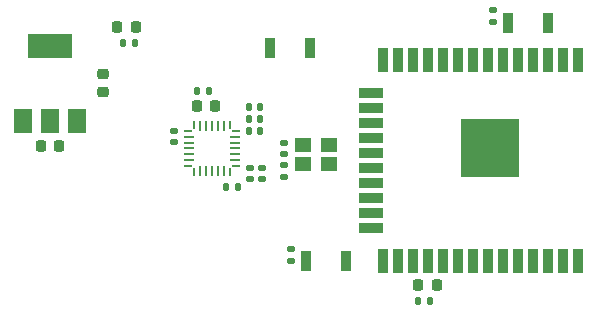
<source format=gbr>
%TF.GenerationSoftware,KiCad,Pcbnew,(6.0.7)*%
%TF.CreationDate,2023-02-10T17:06:25+01:00*%
%TF.ProjectId,STM32L0_ESP32_Breakout_Board,53544d33-324c-4305-9f45-535033325f42,rev?*%
%TF.SameCoordinates,Original*%
%TF.FileFunction,Paste,Top*%
%TF.FilePolarity,Positive*%
%FSLAX46Y46*%
G04 Gerber Fmt 4.6, Leading zero omitted, Abs format (unit mm)*
G04 Created by KiCad (PCBNEW (6.0.7)) date 2023-02-10 17:06:25*
%MOMM*%
%LPD*%
G01*
G04 APERTURE LIST*
G04 Aperture macros list*
%AMRoundRect*
0 Rectangle with rounded corners*
0 $1 Rounding radius*
0 $2 $3 $4 $5 $6 $7 $8 $9 X,Y pos of 4 corners*
0 Add a 4 corners polygon primitive as box body*
4,1,4,$2,$3,$4,$5,$6,$7,$8,$9,$2,$3,0*
0 Add four circle primitives for the rounded corners*
1,1,$1+$1,$2,$3*
1,1,$1+$1,$4,$5*
1,1,$1+$1,$6,$7*
1,1,$1+$1,$8,$9*
0 Add four rect primitives between the rounded corners*
20,1,$1+$1,$2,$3,$4,$5,0*
20,1,$1+$1,$4,$5,$6,$7,0*
20,1,$1+$1,$6,$7,$8,$9,0*
20,1,$1+$1,$8,$9,$2,$3,0*%
%AMFreePoly0*
4,1,14,0.230680,0.111820,0.364320,-0.021821,0.377500,-0.053642,0.377500,-0.080000,0.364320,-0.111820,0.332500,-0.125000,-0.332500,-0.125000,-0.364320,-0.111820,-0.377500,-0.080000,-0.377500,0.080000,-0.364320,0.111820,-0.332500,0.125000,0.198860,0.125000,0.230680,0.111820,0.230680,0.111820,$1*%
%AMFreePoly1*
4,1,14,0.364320,0.111820,0.377500,0.080000,0.377501,0.053640,0.364318,0.021819,0.230680,-0.111820,0.198860,-0.125000,-0.332500,-0.125000,-0.364320,-0.111820,-0.377500,-0.080000,-0.377500,0.080000,-0.364320,0.111820,-0.332500,0.125000,0.332500,0.125000,0.364320,0.111820,0.364320,0.111820,$1*%
%AMFreePoly2*
4,1,15,0.053642,0.377500,0.080000,0.377500,0.111820,0.364320,0.125000,0.332500,0.125000,-0.332500,0.111820,-0.364320,0.080000,-0.377500,-0.080000,-0.377500,-0.111820,-0.364320,-0.125000,-0.332500,-0.125000,0.198860,-0.111820,0.230680,0.021820,0.364320,0.053640,0.377501,0.053642,0.377500,0.053642,0.377500,$1*%
%AMFreePoly3*
4,1,14,-0.021820,0.364320,0.111820,0.230679,0.125000,0.198858,0.125000,-0.332500,0.111820,-0.364320,0.080000,-0.377500,-0.080000,-0.377500,-0.111820,-0.364320,-0.125000,-0.332500,-0.125000,0.332500,-0.111820,0.364320,-0.080000,0.377500,-0.053640,0.377500,-0.021820,0.364320,-0.021820,0.364320,$1*%
%AMFreePoly4*
4,1,14,0.364320,0.111820,0.377500,0.080000,0.377500,-0.080000,0.364320,-0.111820,0.332500,-0.125000,-0.198860,-0.125001,-0.230681,-0.111818,-0.364320,0.021820,-0.377500,0.053640,-0.377500,0.080000,-0.364320,0.111820,-0.332500,0.125000,0.332500,0.125000,0.364320,0.111820,0.364320,0.111820,$1*%
%AMFreePoly5*
4,1,15,-0.198858,0.125000,0.332500,0.125000,0.364320,0.111820,0.377500,0.080000,0.377500,-0.080000,0.364320,-0.111820,0.332500,-0.125000,-0.332500,-0.125000,-0.364320,-0.111820,-0.377500,-0.080000,-0.377500,-0.053640,-0.364320,-0.021820,-0.230680,0.111820,-0.198860,0.125001,-0.198858,0.125000,-0.198858,0.125000,$1*%
%AMFreePoly6*
4,1,14,0.111820,0.364320,0.125000,0.332500,0.125001,-0.198860,0.111818,-0.230681,-0.021820,-0.364320,-0.053640,-0.377500,-0.080000,-0.377500,-0.111820,-0.364320,-0.125000,-0.332500,-0.125000,0.332500,-0.111820,0.364320,-0.080000,0.377500,0.080000,0.377500,0.111820,0.364320,0.111820,0.364320,$1*%
%AMFreePoly7*
4,1,14,0.111820,0.364320,0.125000,0.332500,0.125000,-0.332500,0.111820,-0.364320,0.080000,-0.377500,0.053640,-0.377501,0.021819,-0.364318,-0.111820,-0.230680,-0.125000,-0.198860,-0.125000,0.332500,-0.111820,0.364320,-0.080000,0.377500,0.080000,0.377500,0.111820,0.364320,0.111820,0.364320,$1*%
G04 Aperture macros list end*
%ADD10RoundRect,0.140000X0.170000X-0.140000X0.170000X0.140000X-0.170000X0.140000X-0.170000X-0.140000X0*%
%ADD11RoundRect,0.135000X0.135000X0.185000X-0.135000X0.185000X-0.135000X-0.185000X0.135000X-0.185000X0*%
%ADD12R,1.500000X2.000000*%
%ADD13R,3.800000X2.000000*%
%ADD14RoundRect,0.135000X-0.135000X-0.185000X0.135000X-0.185000X0.135000X0.185000X-0.135000X0.185000X0*%
%ADD15RoundRect,0.140000X-0.170000X0.140000X-0.170000X-0.140000X0.170000X-0.140000X0.170000X0.140000X0*%
%ADD16FreePoly0,180.000000*%
%ADD17RoundRect,0.062500X0.375000X0.062500X-0.375000X0.062500X-0.375000X-0.062500X0.375000X-0.062500X0*%
%ADD18FreePoly1,180.000000*%
%ADD19FreePoly2,180.000000*%
%ADD20RoundRect,0.062500X0.062500X0.375000X-0.062500X0.375000X-0.062500X-0.375000X0.062500X-0.375000X0*%
%ADD21FreePoly3,180.000000*%
%ADD22FreePoly4,180.000000*%
%ADD23FreePoly5,180.000000*%
%ADD24FreePoly6,180.000000*%
%ADD25FreePoly7,180.000000*%
%ADD26RoundRect,0.218750X-0.218750X-0.256250X0.218750X-0.256250X0.218750X0.256250X-0.218750X0.256250X0*%
%ADD27R,1.400000X1.150000*%
%ADD28RoundRect,0.135000X0.185000X-0.135000X0.185000X0.135000X-0.185000X0.135000X-0.185000X-0.135000X0*%
%ADD29R,0.900000X2.000000*%
%ADD30R,2.000000X0.900000*%
%ADD31R,5.000000X5.000000*%
%ADD32R,0.900000X1.700000*%
%ADD33RoundRect,0.140000X-0.140000X-0.170000X0.140000X-0.170000X0.140000X0.170000X-0.140000X0.170000X0*%
%ADD34RoundRect,0.225000X0.250000X-0.225000X0.250000X0.225000X-0.250000X0.225000X-0.250000X-0.225000X0*%
%ADD35RoundRect,0.147500X-0.147500X-0.172500X0.147500X-0.172500X0.147500X0.172500X-0.147500X0.172500X0*%
%ADD36RoundRect,0.225000X0.225000X0.250000X-0.225000X0.250000X-0.225000X-0.250000X0.225000X-0.250000X0*%
%ADD37RoundRect,0.218750X0.218750X0.256250X-0.218750X0.256250X-0.218750X-0.256250X0.218750X-0.256250X0*%
G04 APERTURE END LIST*
D10*
%TO.C,C8*%
X134100000Y-98480000D03*
X134100000Y-97520000D03*
%TD*%
D11*
%TO.C,R1*%
X121502500Y-89060000D03*
X120482500Y-89060000D03*
%TD*%
D12*
%TO.C,U1*%
X112000000Y-95650000D03*
D13*
X114300000Y-89350000D03*
D12*
X114300000Y-95650000D03*
X116600000Y-95650000D03*
%TD*%
D14*
%TO.C,R2*%
X129165000Y-101300000D03*
X130185000Y-101300000D03*
%TD*%
D15*
%TO.C,C3*%
X132200000Y-99645000D03*
X132200000Y-100605000D03*
%TD*%
D16*
%TO.C,U2*%
X129997500Y-99500000D03*
D17*
X129937500Y-99000000D03*
X129937500Y-98500000D03*
X129937500Y-98000000D03*
X129937500Y-97500000D03*
X129937500Y-97000000D03*
D18*
X129997500Y-96500000D03*
D19*
X129500000Y-96002500D03*
D20*
X129000000Y-96062500D03*
X128500000Y-96062500D03*
X128000000Y-96062500D03*
X127500000Y-96062500D03*
X127000000Y-96062500D03*
D21*
X126500000Y-96002500D03*
D22*
X126002500Y-96500000D03*
D17*
X126062500Y-97000000D03*
X126062500Y-97500000D03*
X126062500Y-98000000D03*
X126062500Y-98500000D03*
X126062500Y-99000000D03*
D23*
X126002500Y-99500000D03*
D24*
X126500000Y-99997500D03*
D20*
X127000000Y-99937500D03*
X127500000Y-99937500D03*
X128000000Y-99937500D03*
X128500000Y-99937500D03*
X129000000Y-99937500D03*
D25*
X129500000Y-99997500D03*
%TD*%
D26*
%TO.C,D2*%
X126712500Y-94400000D03*
X128287500Y-94400000D03*
%TD*%
%TO.C,D3*%
X145457500Y-109600000D03*
X147032500Y-109600000D03*
%TD*%
D27*
%TO.C,X1*%
X135700000Y-99300000D03*
X137900000Y-99300000D03*
X137900000Y-97700000D03*
X135700000Y-97700000D03*
%TD*%
D28*
%TO.C,R3*%
X134675000Y-107510000D03*
X134675000Y-106490000D03*
%TD*%
D29*
%TO.C,U3*%
X159005000Y-90500000D03*
X157735000Y-90500000D03*
X156465000Y-90500000D03*
X155195000Y-90500000D03*
X153925000Y-90500000D03*
X152655000Y-90500000D03*
X151385000Y-90500000D03*
X150115000Y-90500000D03*
X148845000Y-90500000D03*
X147575000Y-90500000D03*
X146305000Y-90500000D03*
X145035000Y-90500000D03*
X143765000Y-90500000D03*
X142495000Y-90500000D03*
D30*
X141495000Y-93285000D03*
X141495000Y-94555000D03*
X141495000Y-95825000D03*
X141495000Y-97095000D03*
X141495000Y-98365000D03*
X141495000Y-99635000D03*
X141495000Y-100905000D03*
X141495000Y-102175000D03*
X141495000Y-103445000D03*
X141495000Y-104715000D03*
D29*
X142495000Y-107500000D03*
X143765000Y-107500000D03*
X145035000Y-107500000D03*
X146305000Y-107500000D03*
X147575000Y-107500000D03*
X148845000Y-107500000D03*
X150115000Y-107500000D03*
X151385000Y-107500000D03*
X152655000Y-107500000D03*
X153925000Y-107500000D03*
X155195000Y-107500000D03*
X156465000Y-107500000D03*
X157735000Y-107500000D03*
X159005000Y-107500000D03*
D31*
X151505000Y-98000000D03*
%TD*%
D10*
%TO.C,C5*%
X124800000Y-97480000D03*
X124800000Y-96520000D03*
%TD*%
D14*
%TO.C,R4*%
X126690000Y-93100000D03*
X127710000Y-93100000D03*
%TD*%
D32*
%TO.C,SW1*%
X132900000Y-89500000D03*
X136300000Y-89500000D03*
%TD*%
D15*
%TO.C,C4*%
X131200000Y-99645000D03*
X131200000Y-100605000D03*
%TD*%
D28*
%TO.C,R5*%
X151790000Y-87300000D03*
X151790000Y-86280000D03*
%TD*%
D33*
%TO.C,C7*%
X131120000Y-95500000D03*
X132080000Y-95500000D03*
%TD*%
D14*
%TO.C,R6*%
X145435000Y-110900000D03*
X146455000Y-110900000D03*
%TD*%
D34*
%TO.C,C2*%
X118800000Y-93250000D03*
X118800000Y-91700000D03*
%TD*%
D32*
%TO.C,SW2*%
X139350000Y-107500000D03*
X135950000Y-107500000D03*
%TD*%
D35*
%TO.C,FB1*%
X131115000Y-94500000D03*
X132085000Y-94500000D03*
%TD*%
D15*
%TO.C,C9*%
X134100000Y-99420000D03*
X134100000Y-100380000D03*
%TD*%
D36*
%TO.C,C1*%
X115075000Y-97800000D03*
X113525000Y-97800000D03*
%TD*%
D32*
%TO.C,SW3*%
X156470000Y-87340000D03*
X153070000Y-87340000D03*
%TD*%
D37*
%TO.C,D1*%
X121530000Y-87735000D03*
X119955000Y-87735000D03*
%TD*%
D33*
%TO.C,C6*%
X131120000Y-96500000D03*
X132080000Y-96500000D03*
%TD*%
M02*

</source>
